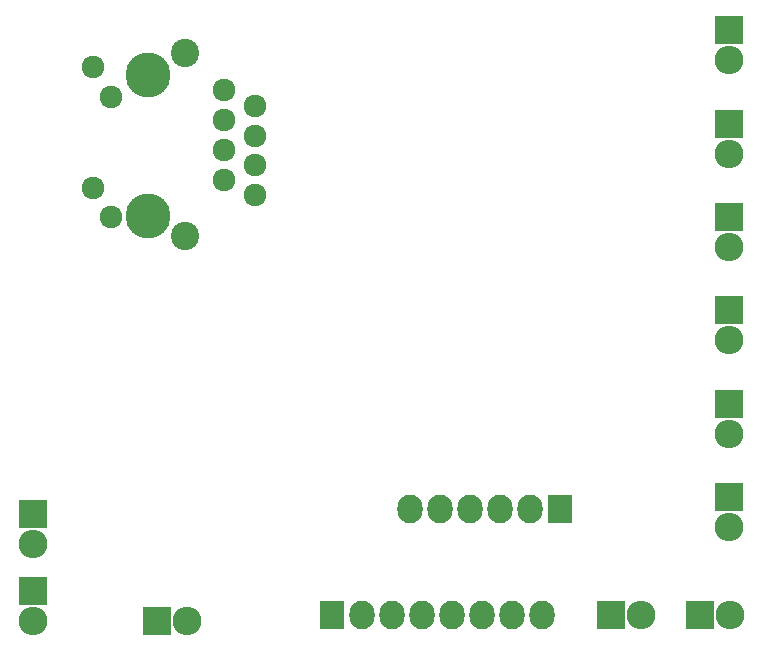
<source format=gbr>
G04 #@! TF.FileFunction,Soldermask,Bot*
%FSLAX46Y46*%
G04 Gerber Fmt 4.6, Leading zero omitted, Abs format (unit mm)*
G04 Created by KiCad (PCBNEW 4.0.6-e0-6349~53~ubuntu16.04.1) date Mon Jul 24 21:03:44 2017*
%MOMM*%
%LPD*%
G01*
G04 APERTURE LIST*
%ADD10C,0.100000*%
%ADD11R,2.127200X2.432000*%
%ADD12O,2.127200X2.432000*%
%ADD13R,2.432000X2.432000*%
%ADD14O,2.432000X2.432000*%
%ADD15C,1.924000*%
%ADD16C,2.400000*%
%ADD17C,3.800000*%
G04 APERTURE END LIST*
D10*
D11*
X76120000Y-62500000D03*
D12*
X73580000Y-62500000D03*
X71040000Y-62500000D03*
X68500000Y-62500000D03*
X65960000Y-62500000D03*
X63420000Y-62500000D03*
D13*
X90500000Y-21960000D03*
D14*
X90500000Y-24500000D03*
D13*
X90500000Y-29868000D03*
D14*
X90500000Y-32408000D03*
D13*
X90500000Y-37776000D03*
D14*
X90500000Y-40316000D03*
D13*
X90500000Y-45684000D03*
D14*
X90500000Y-48224000D03*
D13*
X90500000Y-53592000D03*
D14*
X90500000Y-56132000D03*
D13*
X90500000Y-61500000D03*
D14*
X90500000Y-64040000D03*
D11*
X56880000Y-71500000D03*
D12*
X59420000Y-71500000D03*
X61960000Y-71500000D03*
X64500000Y-71500000D03*
X67040000Y-71500000D03*
X69580000Y-71500000D03*
X72120000Y-71500000D03*
X74660000Y-71500000D03*
D13*
X80460000Y-71500000D03*
D14*
X83000000Y-71500000D03*
D13*
X88000000Y-71500000D03*
D14*
X90540000Y-71500000D03*
D13*
X31500000Y-62960000D03*
D14*
X31500000Y-65500000D03*
D13*
X42000000Y-72000000D03*
D14*
X44540000Y-72000000D03*
D13*
X31500000Y-69460000D03*
D14*
X31500000Y-72000000D03*
D15*
X47700000Y-27050000D03*
X50300000Y-28350000D03*
X47700000Y-29583333D03*
X50300000Y-30883333D03*
X47700000Y-32116666D03*
X50300000Y-33416666D03*
X47700000Y-34649999D03*
X50300000Y-35949999D03*
D16*
X44400000Y-39400000D03*
X44400000Y-23900000D03*
D15*
X38150000Y-27650000D03*
X36650000Y-25100000D03*
X38150000Y-37800000D03*
X36650000Y-35300000D03*
D17*
X41300000Y-37700000D03*
X41300000Y-25800000D03*
M02*

</source>
